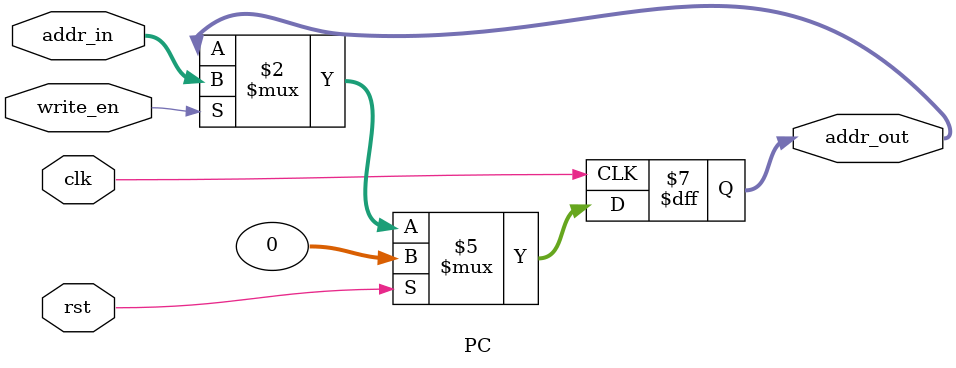
<source format=v>
/*
section 4.3 - datapath

FIGURE 4.6 A portion of the datapath used for fetching
instructions and incrementing the program counter.

desc: provides mem addr of next instr with use of adder to instr mem
	holds current address of instruction memory.
	updates on pos edge clk
	sync reset

notes:
	addr out is output reg. can be used within always block

*/

module PC (clk, rst, write_en, addr_in, addr_out);

input clk, rst, write_en;
input [31:0] addr_in;

output reg [31:0] addr_out;

always @ (posedge clk) begin
	if (rst) addr_out <= 32'b0;
	else
		if (write_en) addr_out <= addr_in;
end

endmodule
</source>
